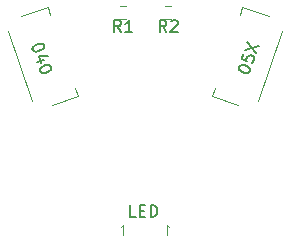
<source format=gbr>
%TF.GenerationSoftware,KiCad,Pcbnew,9.0.0*%
%TF.CreationDate,2025-08-30T20:51:20+01:00*%
%TF.ProjectId,040 055,30343020-3035-4352-9e6b-696361645f70,rev?*%
%TF.SameCoordinates,Original*%
%TF.FileFunction,Legend,Top*%
%TF.FilePolarity,Positive*%
%FSLAX46Y46*%
G04 Gerber Fmt 4.6, Leading zero omitted, Abs format (unit mm)*
G04 Created by KiCad (PCBNEW 9.0.0) date 2025-08-30 20:51:20*
%MOMM*%
%LPD*%
G01*
G04 APERTURE LIST*
%ADD10C,0.150000*%
%ADD11C,0.120000*%
G04 APERTURE END LIST*
D10*
X140345833Y-67754819D02*
X140012500Y-67278628D01*
X139774405Y-67754819D02*
X139774405Y-66754819D01*
X139774405Y-66754819D02*
X140155357Y-66754819D01*
X140155357Y-66754819D02*
X140250595Y-66802438D01*
X140250595Y-66802438D02*
X140298214Y-66850057D01*
X140298214Y-66850057D02*
X140345833Y-66945295D01*
X140345833Y-66945295D02*
X140345833Y-67088152D01*
X140345833Y-67088152D02*
X140298214Y-67183390D01*
X140298214Y-67183390D02*
X140250595Y-67231009D01*
X140250595Y-67231009D02*
X140155357Y-67278628D01*
X140155357Y-67278628D02*
X139774405Y-67278628D01*
X140726786Y-66850057D02*
X140774405Y-66802438D01*
X140774405Y-66802438D02*
X140869643Y-66754819D01*
X140869643Y-66754819D02*
X141107738Y-66754819D01*
X141107738Y-66754819D02*
X141202976Y-66802438D01*
X141202976Y-66802438D02*
X141250595Y-66850057D01*
X141250595Y-66850057D02*
X141298214Y-66945295D01*
X141298214Y-66945295D02*
X141298214Y-67040533D01*
X141298214Y-67040533D02*
X141250595Y-67183390D01*
X141250595Y-67183390D02*
X140679167Y-67754819D01*
X140679167Y-67754819D02*
X141298214Y-67754819D01*
X137757142Y-83404819D02*
X137280952Y-83404819D01*
X137280952Y-83404819D02*
X137280952Y-82404819D01*
X138090476Y-82881009D02*
X138423809Y-82881009D01*
X138566666Y-83404819D02*
X138090476Y-83404819D01*
X138090476Y-83404819D02*
X138090476Y-82404819D01*
X138090476Y-82404819D02*
X138566666Y-82404819D01*
X138995238Y-83404819D02*
X138995238Y-82404819D01*
X138995238Y-82404819D02*
X139233333Y-82404819D01*
X139233333Y-82404819D02*
X139376190Y-82452438D01*
X139376190Y-82452438D02*
X139471428Y-82547676D01*
X139471428Y-82547676D02*
X139519047Y-82642914D01*
X139519047Y-82642914D02*
X139566666Y-82833390D01*
X139566666Y-82833390D02*
X139566666Y-82976247D01*
X139566666Y-82976247D02*
X139519047Y-83166723D01*
X139519047Y-83166723D02*
X139471428Y-83261961D01*
X139471428Y-83261961D02*
X139376190Y-83357200D01*
X139376190Y-83357200D02*
X139233333Y-83404819D01*
X139233333Y-83404819D02*
X138995238Y-83404819D01*
X129939910Y-68876988D02*
X129970917Y-68967037D01*
X129970917Y-68967037D02*
X129956898Y-69072590D01*
X129956898Y-69072590D02*
X129927377Y-69133118D01*
X129927377Y-69133118D02*
X129852831Y-69209149D01*
X129852831Y-69209149D02*
X129688235Y-69316187D01*
X129688235Y-69316187D02*
X129463112Y-69393703D01*
X129463112Y-69393703D02*
X129267510Y-69410691D01*
X129267510Y-69410691D02*
X129161957Y-69396673D01*
X129161957Y-69396673D02*
X129101429Y-69367151D01*
X129101429Y-69367151D02*
X129025398Y-69292605D01*
X129025398Y-69292605D02*
X128994392Y-69202556D01*
X128994392Y-69202556D02*
X129008410Y-69097003D01*
X129008410Y-69097003D02*
X129037931Y-69036475D01*
X129037931Y-69036475D02*
X129112477Y-68960444D01*
X129112477Y-68960444D02*
X129277073Y-68853406D01*
X129277073Y-68853406D02*
X129502196Y-68775890D01*
X129502196Y-68775890D02*
X129697798Y-68758902D01*
X129697798Y-68758902D02*
X129803351Y-68772920D01*
X129803351Y-68772920D02*
X129863879Y-68802442D01*
X129863879Y-68802442D02*
X129939910Y-68876988D01*
X130012318Y-70111128D02*
X129381973Y-70328173D01*
X130295000Y-69761978D02*
X129542113Y-69769404D01*
X129542113Y-69769404D02*
X129743655Y-70354725D01*
X130560040Y-70677976D02*
X130591047Y-70768025D01*
X130591047Y-70768025D02*
X130577028Y-70873578D01*
X130577028Y-70873578D02*
X130547507Y-70934106D01*
X130547507Y-70934106D02*
X130472961Y-71010137D01*
X130472961Y-71010137D02*
X130308365Y-71117174D01*
X130308365Y-71117174D02*
X130083242Y-71194691D01*
X130083242Y-71194691D02*
X129887640Y-71211679D01*
X129887640Y-71211679D02*
X129782087Y-71197661D01*
X129782087Y-71197661D02*
X129721559Y-71168139D01*
X129721559Y-71168139D02*
X129645528Y-71093593D01*
X129645528Y-71093593D02*
X129614521Y-71003544D01*
X129614521Y-71003544D02*
X129628540Y-70897991D01*
X129628540Y-70897991D02*
X129658061Y-70837463D01*
X129658061Y-70837463D02*
X129732607Y-70761432D01*
X129732607Y-70761432D02*
X129897203Y-70654394D01*
X129897203Y-70654394D02*
X130122326Y-70576878D01*
X130122326Y-70576878D02*
X130317928Y-70559890D01*
X130317928Y-70559890D02*
X130423481Y-70573908D01*
X130423481Y-70573908D02*
X130484009Y-70603429D01*
X130484009Y-70603429D02*
X130560040Y-70677976D01*
X146458953Y-70768024D02*
X146489959Y-70677975D01*
X146489959Y-70677975D02*
X146565990Y-70603429D01*
X146565990Y-70603429D02*
X146626518Y-70573907D01*
X146626518Y-70573907D02*
X146732071Y-70559889D01*
X146732071Y-70559889D02*
X146927673Y-70576877D01*
X146927673Y-70576877D02*
X147152797Y-70654393D01*
X147152797Y-70654393D02*
X147317392Y-70761431D01*
X147317392Y-70761431D02*
X147391938Y-70837462D01*
X147391938Y-70837462D02*
X147421460Y-70897990D01*
X147421460Y-70897990D02*
X147435478Y-71003543D01*
X147435478Y-71003543D02*
X147404471Y-71093592D01*
X147404471Y-71093592D02*
X147328440Y-71168138D01*
X147328440Y-71168138D02*
X147267912Y-71197660D01*
X147267912Y-71197660D02*
X147162360Y-71211678D01*
X147162360Y-71211678D02*
X146966758Y-71194690D01*
X146966758Y-71194690D02*
X146741634Y-71117174D01*
X146741634Y-71117174D02*
X146577039Y-71010136D01*
X146577039Y-71010136D02*
X146502492Y-70934105D01*
X146502492Y-70934105D02*
X146472971Y-70873577D01*
X146472971Y-70873577D02*
X146458953Y-70768024D01*
X146862037Y-69597382D02*
X146707005Y-70047629D01*
X146707005Y-70047629D02*
X147141748Y-70247686D01*
X147141748Y-70247686D02*
X147112227Y-70187158D01*
X147112227Y-70187158D02*
X147098209Y-70081606D01*
X147098209Y-70081606D02*
X147175725Y-69856482D01*
X147175725Y-69856482D02*
X147251756Y-69781936D01*
X147251756Y-69781936D02*
X147312284Y-69752414D01*
X147312284Y-69752414D02*
X147417837Y-69738396D01*
X147417837Y-69738396D02*
X147642960Y-69815913D01*
X147642960Y-69815913D02*
X147717506Y-69891944D01*
X147717506Y-69891944D02*
X147747028Y-69952472D01*
X147747028Y-69952472D02*
X147761046Y-70058024D01*
X147761046Y-70058024D02*
X147683530Y-70283148D01*
X147683530Y-70283148D02*
X147607499Y-70357694D01*
X147607499Y-70357694D02*
X147546971Y-70387215D01*
X146986063Y-69237184D02*
X148148627Y-68932407D01*
X147203109Y-68606839D02*
X147931582Y-69562753D01*
X136495833Y-67754819D02*
X136162500Y-67278628D01*
X135924405Y-67754819D02*
X135924405Y-66754819D01*
X135924405Y-66754819D02*
X136305357Y-66754819D01*
X136305357Y-66754819D02*
X136400595Y-66802438D01*
X136400595Y-66802438D02*
X136448214Y-66850057D01*
X136448214Y-66850057D02*
X136495833Y-66945295D01*
X136495833Y-66945295D02*
X136495833Y-67088152D01*
X136495833Y-67088152D02*
X136448214Y-67183390D01*
X136448214Y-67183390D02*
X136400595Y-67231009D01*
X136400595Y-67231009D02*
X136305357Y-67278628D01*
X136305357Y-67278628D02*
X135924405Y-67278628D01*
X137448214Y-67754819D02*
X136876786Y-67754819D01*
X137162500Y-67754819D02*
X137162500Y-66754819D01*
X137162500Y-66754819D02*
X137067262Y-66897676D01*
X137067262Y-66897676D02*
X136972024Y-66992914D01*
X136972024Y-66992914D02*
X136876786Y-67040533D01*
D11*
%TO.C,R2*%
X140767224Y-65577500D02*
X140257776Y-65577500D01*
X140767224Y-66622500D02*
X140257776Y-66622500D01*
%TO.C,D1*%
X136700000Y-84100000D02*
X136500000Y-84300000D01*
X136700000Y-84100000D02*
X136700000Y-84900000D01*
X140400000Y-84100000D02*
X140400000Y-84900000D01*
X140400000Y-84100000D02*
X140600000Y-84300000D01*
%TO.C,J2*%
X126896464Y-67642056D02*
X128953078Y-73614897D01*
X130281063Y-65612992D02*
X128063519Y-66376554D01*
X130514741Y-66291643D02*
X130281063Y-65612992D01*
X130651852Y-73893615D02*
X132869395Y-73130054D01*
X132869395Y-73130054D02*
X132635717Y-72451403D01*
%TO.C,J3*%
X144180605Y-73130054D02*
X146398148Y-73893615D01*
X144414283Y-72451403D02*
X144180605Y-73130054D01*
X146768937Y-65612992D02*
X146535259Y-66291643D01*
X148096922Y-73614897D02*
X150153536Y-67642056D01*
X148986481Y-66376554D02*
X146768937Y-65612992D01*
%TO.C,R1*%
X136917224Y-65577500D02*
X136407776Y-65577500D01*
X136917224Y-66622500D02*
X136407776Y-66622500D01*
%TD*%
M02*

</source>
